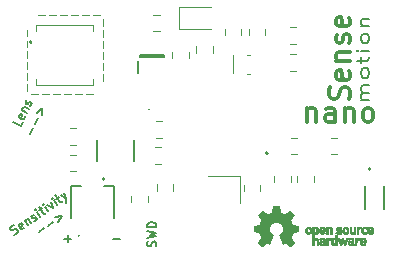
<source format=gto>
G04 #@! TF.GenerationSoftware,KiCad,Pcbnew,5.0.2-bee76a0~70~ubuntu18.04.1*
G04 #@! TF.CreationDate,2020-01-17T08:49:31+02:00*
G04 #@! TF.ProjectId,nanoSense-Motion,4b656d65-742d-4424-9c45-2e6b69636164,rev?*
G04 #@! TF.SameCoordinates,Original*
G04 #@! TF.FileFunction,Legend,Top*
G04 #@! TF.FilePolarity,Positive*
%FSLAX46Y46*%
G04 Gerber Fmt 4.6, Leading zero omitted, Abs format (unit mm)*
G04 Created by KiCad (PCBNEW 5.0.2-bee76a0~70~ubuntu18.04.1) date Fri 17 Jan 2020 08:49:31 AM EET*
%MOMM*%
%LPD*%
G01*
G04 APERTURE LIST*
%ADD10C,0.100000*%
%ADD11C,0.150000*%
%ADD12C,0.300000*%
%ADD13C,0.350000*%
%ADD14C,0.010000*%
%ADD15C,0.200000*%
%ADD16C,0.127000*%
%ADD17C,0.120000*%
G04 APERTURE END LIST*
D10*
X149035714Y-40057857D02*
X149035714Y-39486428D01*
X149035714Y-39129285D02*
X149035714Y-38557857D01*
X149035714Y-38200714D02*
X149035714Y-37629285D01*
X149035714Y-37272142D02*
X149035714Y-36700714D01*
X149035714Y-36343571D02*
X149035714Y-35772142D01*
X149035714Y-35415000D02*
X149035714Y-34843571D01*
X142635714Y-40957857D02*
X142635714Y-40386428D01*
X142635714Y-40029285D02*
X142635714Y-39457857D01*
X142635714Y-39100714D02*
X142635714Y-38529285D01*
X142635714Y-38172142D02*
X142635714Y-37600714D01*
X142635714Y-37243571D02*
X142635714Y-36672142D01*
X142635714Y-36315000D02*
X142635714Y-35743571D01*
X142942142Y-41235714D02*
X143513571Y-41235714D01*
X143870714Y-41235714D02*
X144442142Y-41235714D01*
X144799285Y-41235714D02*
X145370714Y-41235714D01*
X145727857Y-41235714D02*
X146299285Y-41235714D01*
X146656428Y-41235714D02*
X147227857Y-41235714D01*
X147585000Y-41235714D02*
X148156428Y-41235714D01*
X143542142Y-34535714D02*
X144113571Y-34535714D01*
X144470714Y-34535714D02*
X145042142Y-34535714D01*
X145399285Y-34535714D02*
X145970714Y-34535714D01*
X146327857Y-34535714D02*
X146899285Y-34535714D01*
X147256428Y-34535714D02*
X147827857Y-34535714D01*
X148185000Y-34535714D02*
X148756428Y-34535714D01*
D11*
X142243284Y-43594949D02*
X142092349Y-43918631D01*
X141412618Y-43601667D01*
X142437318Y-43094334D02*
X142439500Y-43174164D01*
X142379126Y-43303636D01*
X142316570Y-43353279D01*
X142236741Y-43355460D01*
X141977796Y-43234712D01*
X141928153Y-43172157D01*
X141925972Y-43092327D01*
X141986346Y-42962855D01*
X142048901Y-42913212D01*
X142128731Y-42911031D01*
X142193467Y-42941218D01*
X142107268Y-43295086D01*
X142167468Y-42574437D02*
X142620622Y-42785746D01*
X142232204Y-42604624D02*
X142214929Y-42557162D01*
X142212748Y-42477333D01*
X142258029Y-42380228D01*
X142320584Y-42330585D01*
X142400414Y-42328404D01*
X142756463Y-42494433D01*
X142859937Y-42188026D02*
X142922492Y-42138383D01*
X142982866Y-42008911D01*
X142980685Y-41929081D01*
X142931042Y-41866526D01*
X142898674Y-41851432D01*
X142818844Y-41853613D01*
X142756289Y-41903256D01*
X142711008Y-42000361D01*
X142648453Y-42050003D01*
X142568624Y-42052185D01*
X142536255Y-42037091D01*
X142486613Y-41974536D01*
X142484432Y-41894706D01*
X142529712Y-41797602D01*
X142592267Y-41747959D01*
X142883291Y-44563298D02*
X143124787Y-44045407D01*
X143275722Y-43721726D02*
X143517219Y-43203836D01*
X143473945Y-42789594D02*
X143909650Y-42362264D01*
X143862363Y-42970716D01*
X171542380Y-41743214D02*
X170875714Y-41743214D01*
X170970952Y-41743214D02*
X170923333Y-41671785D01*
X170875714Y-41528928D01*
X170875714Y-41314642D01*
X170923333Y-41171785D01*
X171018571Y-41100357D01*
X171542380Y-41100357D01*
X171018571Y-41100357D02*
X170923333Y-41028928D01*
X170875714Y-40886071D01*
X170875714Y-40671785D01*
X170923333Y-40528928D01*
X171018571Y-40457500D01*
X171542380Y-40457500D01*
X171542380Y-39528928D02*
X171494761Y-39671785D01*
X171447142Y-39743214D01*
X171351904Y-39814642D01*
X171066190Y-39814642D01*
X170970952Y-39743214D01*
X170923333Y-39671785D01*
X170875714Y-39528928D01*
X170875714Y-39314642D01*
X170923333Y-39171785D01*
X170970952Y-39100357D01*
X171066190Y-39028928D01*
X171351904Y-39028928D01*
X171447142Y-39100357D01*
X171494761Y-39171785D01*
X171542380Y-39314642D01*
X171542380Y-39528928D01*
X170875714Y-38600357D02*
X170875714Y-38028928D01*
X170542380Y-38386071D02*
X171399523Y-38386071D01*
X171494761Y-38314642D01*
X171542380Y-38171785D01*
X171542380Y-38028928D01*
X171542380Y-37528928D02*
X170875714Y-37528928D01*
X170542380Y-37528928D02*
X170590000Y-37600357D01*
X170637619Y-37528928D01*
X170590000Y-37457500D01*
X170542380Y-37528928D01*
X170637619Y-37528928D01*
X171542380Y-36600357D02*
X171494761Y-36743214D01*
X171447142Y-36814642D01*
X171351904Y-36886071D01*
X171066190Y-36886071D01*
X170970952Y-36814642D01*
X170923333Y-36743214D01*
X170875714Y-36600357D01*
X170875714Y-36386071D01*
X170923333Y-36243214D01*
X170970952Y-36171785D01*
X171066190Y-36100357D01*
X171351904Y-36100357D01*
X171447142Y-36171785D01*
X171494761Y-36243214D01*
X171542380Y-36386071D01*
X171542380Y-36600357D01*
X170875714Y-35457500D02*
X171542380Y-35457500D01*
X170970952Y-35457500D02*
X170923333Y-35386071D01*
X170875714Y-35243214D01*
X170875714Y-35028928D01*
X170923333Y-34886071D01*
X171018571Y-34814642D01*
X171542380Y-34814642D01*
D12*
X166348333Y-42415000D02*
X166348333Y-43581666D01*
X166348333Y-42581666D02*
X166431666Y-42498333D01*
X166598333Y-42415000D01*
X166848333Y-42415000D01*
X167015000Y-42498333D01*
X167098333Y-42665000D01*
X167098333Y-43581666D01*
X168681666Y-43581666D02*
X168681666Y-42665000D01*
X168598333Y-42498333D01*
X168431666Y-42415000D01*
X168098333Y-42415000D01*
X167931666Y-42498333D01*
X168681666Y-43498333D02*
X168515000Y-43581666D01*
X168098333Y-43581666D01*
X167931666Y-43498333D01*
X167848333Y-43331666D01*
X167848333Y-43165000D01*
X167931666Y-42998333D01*
X168098333Y-42915000D01*
X168515000Y-42915000D01*
X168681666Y-42831666D01*
X169515000Y-42415000D02*
X169515000Y-43581666D01*
X169515000Y-42581666D02*
X169598333Y-42498333D01*
X169765000Y-42415000D01*
X170015000Y-42415000D01*
X170181666Y-42498333D01*
X170265000Y-42665000D01*
X170265000Y-43581666D01*
X171348333Y-43581666D02*
X171181666Y-43498333D01*
X171098333Y-43415000D01*
X171015000Y-43248333D01*
X171015000Y-42748333D01*
X171098333Y-42581666D01*
X171181666Y-42498333D01*
X171348333Y-42415000D01*
X171598333Y-42415000D01*
X171765000Y-42498333D01*
X171848333Y-42581666D01*
X171931666Y-42748333D01*
X171931666Y-43248333D01*
X171848333Y-43415000D01*
X171765000Y-43498333D01*
X171598333Y-43581666D01*
X171348333Y-43581666D01*
D13*
X169838333Y-41649166D02*
X169921666Y-41399166D01*
X169921666Y-40982500D01*
X169838333Y-40815833D01*
X169755000Y-40732500D01*
X169588333Y-40649166D01*
X169421666Y-40649166D01*
X169255000Y-40732500D01*
X169171666Y-40815833D01*
X169088333Y-40982500D01*
X169005000Y-41315833D01*
X168921666Y-41482500D01*
X168838333Y-41565833D01*
X168671666Y-41649166D01*
X168505000Y-41649166D01*
X168338333Y-41565833D01*
X168255000Y-41482500D01*
X168171666Y-41315833D01*
X168171666Y-40899166D01*
X168255000Y-40649166D01*
X169838333Y-39232500D02*
X169921666Y-39399166D01*
X169921666Y-39732500D01*
X169838333Y-39899166D01*
X169671666Y-39982500D01*
X169005000Y-39982500D01*
X168838333Y-39899166D01*
X168755000Y-39732500D01*
X168755000Y-39399166D01*
X168838333Y-39232500D01*
X169005000Y-39149166D01*
X169171666Y-39149166D01*
X169338333Y-39982500D01*
X168755000Y-38399166D02*
X169921666Y-38399166D01*
X168921666Y-38399166D02*
X168838333Y-38315833D01*
X168755000Y-38149166D01*
X168755000Y-37899166D01*
X168838333Y-37732500D01*
X169005000Y-37649166D01*
X169921666Y-37649166D01*
X169838333Y-36899166D02*
X169921666Y-36732500D01*
X169921666Y-36399166D01*
X169838333Y-36232500D01*
X169671666Y-36149166D01*
X169588333Y-36149166D01*
X169421666Y-36232500D01*
X169338333Y-36399166D01*
X169338333Y-36649166D01*
X169255000Y-36815833D01*
X169088333Y-36899166D01*
X169005000Y-36899166D01*
X168838333Y-36815833D01*
X168755000Y-36649166D01*
X168755000Y-36399166D01*
X168838333Y-36232500D01*
X169838333Y-34732500D02*
X169921666Y-34899166D01*
X169921666Y-35232500D01*
X169838333Y-35399166D01*
X169671666Y-35482500D01*
X169005000Y-35482500D01*
X168838333Y-35399166D01*
X168755000Y-35232500D01*
X168755000Y-34899166D01*
X168838333Y-34732500D01*
X169005000Y-34649166D01*
X169171666Y-34649166D01*
X169338333Y-35482500D01*
D11*
X149902500Y-53453571D02*
X150473928Y-53453571D01*
X145772500Y-53453571D02*
X146343928Y-53453571D01*
X146058214Y-53739285D02*
X146058214Y-53167857D01*
X153493571Y-54096071D02*
X153529285Y-53988928D01*
X153529285Y-53810357D01*
X153493571Y-53738928D01*
X153457857Y-53703214D01*
X153386428Y-53667500D01*
X153315000Y-53667500D01*
X153243571Y-53703214D01*
X153207857Y-53738928D01*
X153172142Y-53810357D01*
X153136428Y-53953214D01*
X153100714Y-54024642D01*
X153065000Y-54060357D01*
X152993571Y-54096071D01*
X152922142Y-54096071D01*
X152850714Y-54060357D01*
X152815000Y-54024642D01*
X152779285Y-53953214D01*
X152779285Y-53774642D01*
X152815000Y-53667500D01*
X152779285Y-53417500D02*
X153529285Y-53238928D01*
X152993571Y-53096071D01*
X153529285Y-52953214D01*
X152779285Y-52774642D01*
X153529285Y-52488928D02*
X152779285Y-52488928D01*
X152779285Y-52310357D01*
X152815000Y-52203214D01*
X152886428Y-52131785D01*
X152957857Y-52096071D01*
X153100714Y-52060357D01*
X153207857Y-52060357D01*
X153350714Y-52096071D01*
X153422142Y-52131785D01*
X153493571Y-52203214D01*
X153529285Y-52310357D01*
X153529285Y-52488928D01*
X141524751Y-53098026D02*
X141633003Y-53065826D01*
X141779280Y-52963402D01*
X141817306Y-52893177D01*
X141826076Y-52843436D01*
X141814362Y-52764441D01*
X141773392Y-52705930D01*
X141703167Y-52667904D01*
X141653427Y-52659133D01*
X141574431Y-52670848D01*
X141436924Y-52723532D01*
X141357929Y-52735246D01*
X141308188Y-52726475D01*
X141237963Y-52688449D01*
X141196994Y-52629939D01*
X141185279Y-52550943D01*
X141194050Y-52501203D01*
X141232076Y-52430977D01*
X141378353Y-52328553D01*
X141486604Y-52296354D01*
X142373159Y-52503964D02*
X142335133Y-52574189D01*
X142218111Y-52656129D01*
X142139116Y-52667843D01*
X142068890Y-52629817D01*
X141905011Y-52395774D01*
X141893297Y-52316778D01*
X141931323Y-52246553D01*
X142048345Y-52164613D01*
X142127340Y-52152899D01*
X142197566Y-52190925D01*
X142238535Y-52249436D01*
X141986951Y-52512795D01*
X142399410Y-51918795D02*
X142686198Y-52328371D01*
X142440380Y-51977306D02*
X142449150Y-51927565D01*
X142487176Y-51857340D01*
X142574943Y-51795886D01*
X142653938Y-51784171D01*
X142724163Y-51822197D01*
X142949497Y-52144007D01*
X143192311Y-51930388D02*
X143271307Y-51918673D01*
X143388328Y-51836734D01*
X143426354Y-51766509D01*
X143414640Y-51687513D01*
X143394155Y-51658258D01*
X143323930Y-51620232D01*
X143244934Y-51631946D01*
X143157168Y-51693401D01*
X143078172Y-51705115D01*
X143007947Y-51667089D01*
X142987462Y-51637833D01*
X142975748Y-51558838D01*
X143013774Y-51488613D01*
X143101540Y-51427158D01*
X143180536Y-51415444D01*
X143739394Y-51590915D02*
X143452605Y-51181339D01*
X143309211Y-50976551D02*
X143300441Y-51026292D01*
X143350181Y-51035062D01*
X143358952Y-50985322D01*
X143309211Y-50976551D01*
X143350181Y-51035062D01*
X143657393Y-51037945D02*
X143891437Y-50874066D01*
X143601766Y-50771703D02*
X143970493Y-51298300D01*
X144040718Y-51336326D01*
X144119714Y-51324612D01*
X144178225Y-51283642D01*
X144383013Y-51140248D02*
X144096225Y-50730672D01*
X143952831Y-50525884D02*
X143944060Y-50575625D01*
X143993801Y-50584395D01*
X144002571Y-50534655D01*
X143952831Y-50525884D01*
X143993801Y-50584395D01*
X144330268Y-50566793D02*
X144763334Y-50873945D01*
X144622823Y-50361945D01*
X145143654Y-50607642D02*
X144856866Y-50198066D01*
X144713472Y-49993278D02*
X144704701Y-50043018D01*
X144754442Y-50051788D01*
X144763212Y-50002048D01*
X144713472Y-49993278D01*
X144754442Y-50051788D01*
X145061654Y-50054671D02*
X145295698Y-49890792D01*
X145006026Y-49788429D02*
X145374754Y-50315027D01*
X145444979Y-50353053D01*
X145523975Y-50341338D01*
X145582486Y-50300368D01*
X145441975Y-49788368D02*
X145875040Y-50095520D01*
X145734529Y-49583519D02*
X145875040Y-50095520D01*
X145918954Y-50282767D01*
X145910183Y-50332507D01*
X145872157Y-50402732D01*
X143604694Y-52892928D02*
X144072781Y-52565170D01*
X144365336Y-52360321D02*
X144833422Y-52032563D01*
X145003067Y-51652182D02*
X145594064Y-51499957D01*
X145248886Y-52003247D01*
D14*
G04 #@! TO.C,REF\002A\002A*
G36*
X170839460Y-52438030D02*
X170882711Y-52451245D01*
X170910558Y-52467941D01*
X170919629Y-52481145D01*
X170917132Y-52496797D01*
X170900931Y-52521385D01*
X170887232Y-52538800D01*
X170858992Y-52570283D01*
X170837775Y-52583529D01*
X170819688Y-52582664D01*
X170766035Y-52569010D01*
X170726630Y-52569630D01*
X170694632Y-52585104D01*
X170683890Y-52594161D01*
X170649505Y-52626027D01*
X170649505Y-53042179D01*
X170511188Y-53042179D01*
X170511188Y-52438614D01*
X170580347Y-52438614D01*
X170621869Y-52440256D01*
X170643291Y-52446087D01*
X170649502Y-52457461D01*
X170649505Y-52457798D01*
X170652439Y-52469713D01*
X170665704Y-52468159D01*
X170684084Y-52459563D01*
X170722046Y-52443568D01*
X170752872Y-52433945D01*
X170792536Y-52431478D01*
X170839460Y-52438030D01*
X170839460Y-52438030D01*
G37*
X170839460Y-52438030D02*
X170882711Y-52451245D01*
X170910558Y-52467941D01*
X170919629Y-52481145D01*
X170917132Y-52496797D01*
X170900931Y-52521385D01*
X170887232Y-52538800D01*
X170858992Y-52570283D01*
X170837775Y-52583529D01*
X170819688Y-52582664D01*
X170766035Y-52569010D01*
X170726630Y-52569630D01*
X170694632Y-52585104D01*
X170683890Y-52594161D01*
X170649505Y-52626027D01*
X170649505Y-53042179D01*
X170511188Y-53042179D01*
X170511188Y-52438614D01*
X170580347Y-52438614D01*
X170621869Y-52440256D01*
X170643291Y-52446087D01*
X170649502Y-52457461D01*
X170649505Y-52457798D01*
X170652439Y-52469713D01*
X170665704Y-52468159D01*
X170684084Y-52459563D01*
X170722046Y-52443568D01*
X170752872Y-52433945D01*
X170792536Y-52431478D01*
X170839460Y-52438030D01*
G36*
X168285988Y-52449002D02*
X168317283Y-52463950D01*
X168347591Y-52485541D01*
X168370682Y-52510391D01*
X168387500Y-52542087D01*
X168398994Y-52584214D01*
X168406109Y-52640358D01*
X168409793Y-52714106D01*
X168410992Y-52809044D01*
X168411011Y-52818985D01*
X168411287Y-53042179D01*
X168272970Y-53042179D01*
X168272970Y-52836418D01*
X168272872Y-52760189D01*
X168272191Y-52704939D01*
X168270349Y-52666501D01*
X168266767Y-52640706D01*
X168260868Y-52623384D01*
X168252073Y-52610368D01*
X168239820Y-52597507D01*
X168196953Y-52569873D01*
X168150157Y-52564745D01*
X168105576Y-52582217D01*
X168090072Y-52595221D01*
X168078690Y-52607447D01*
X168070519Y-52620540D01*
X168065026Y-52638615D01*
X168061680Y-52665787D01*
X168059949Y-52706170D01*
X168059303Y-52763879D01*
X168059208Y-52834132D01*
X168059208Y-53042179D01*
X167920891Y-53042179D01*
X167920891Y-52438614D01*
X167990050Y-52438614D01*
X168031572Y-52440256D01*
X168052994Y-52446087D01*
X168059205Y-52457461D01*
X168059208Y-52457798D01*
X168062090Y-52468938D01*
X168074801Y-52467674D01*
X168100074Y-52455434D01*
X168157395Y-52437424D01*
X168222963Y-52435421D01*
X168285988Y-52449002D01*
X168285988Y-52449002D01*
G37*
X168285988Y-52449002D02*
X168317283Y-52463950D01*
X168347591Y-52485541D01*
X168370682Y-52510391D01*
X168387500Y-52542087D01*
X168398994Y-52584214D01*
X168406109Y-52640358D01*
X168409793Y-52714106D01*
X168410992Y-52809044D01*
X168411011Y-52818985D01*
X168411287Y-53042179D01*
X168272970Y-53042179D01*
X168272970Y-52836418D01*
X168272872Y-52760189D01*
X168272191Y-52704939D01*
X168270349Y-52666501D01*
X168266767Y-52640706D01*
X168260868Y-52623384D01*
X168252073Y-52610368D01*
X168239820Y-52597507D01*
X168196953Y-52569873D01*
X168150157Y-52564745D01*
X168105576Y-52582217D01*
X168090072Y-52595221D01*
X168078690Y-52607447D01*
X168070519Y-52620540D01*
X168065026Y-52638615D01*
X168061680Y-52665787D01*
X168059949Y-52706170D01*
X168059303Y-52763879D01*
X168059208Y-52834132D01*
X168059208Y-53042179D01*
X167920891Y-53042179D01*
X167920891Y-52438614D01*
X167990050Y-52438614D01*
X168031572Y-52440256D01*
X168052994Y-52446087D01*
X168059205Y-52457461D01*
X168059208Y-52457798D01*
X168062090Y-52468938D01*
X168074801Y-52467674D01*
X168100074Y-52455434D01*
X168157395Y-52437424D01*
X168222963Y-52435421D01*
X168285988Y-52449002D01*
G36*
X171717898Y-52436457D02*
X171750096Y-52444279D01*
X171811825Y-52472921D01*
X171864610Y-52516667D01*
X171901141Y-52569117D01*
X171906160Y-52580893D01*
X171913045Y-52611740D01*
X171917864Y-52657371D01*
X171919505Y-52703492D01*
X171919505Y-52790693D01*
X171737178Y-52790693D01*
X171661979Y-52790978D01*
X171609003Y-52792704D01*
X171575325Y-52797181D01*
X171558020Y-52805720D01*
X171554163Y-52819630D01*
X171560829Y-52840222D01*
X171572770Y-52864315D01*
X171606080Y-52904525D01*
X171652368Y-52924558D01*
X171708944Y-52923905D01*
X171773031Y-52902101D01*
X171828417Y-52875193D01*
X171874375Y-52911532D01*
X171920333Y-52947872D01*
X171877096Y-52987819D01*
X171819374Y-53025563D01*
X171748386Y-53048320D01*
X171672029Y-53054688D01*
X171598199Y-53043268D01*
X171586287Y-53039393D01*
X171521399Y-53005506D01*
X171473130Y-52954986D01*
X171440465Y-52886325D01*
X171422385Y-52798014D01*
X171422175Y-52796121D01*
X171420556Y-52699878D01*
X171427100Y-52665542D01*
X171554852Y-52665542D01*
X171566584Y-52670822D01*
X171598438Y-52674867D01*
X171645397Y-52677176D01*
X171675154Y-52677525D01*
X171730648Y-52677306D01*
X171765346Y-52675916D01*
X171783601Y-52672251D01*
X171789766Y-52665210D01*
X171788195Y-52653690D01*
X171786878Y-52649233D01*
X171764382Y-52607355D01*
X171729003Y-52573604D01*
X171697780Y-52558773D01*
X171656301Y-52559668D01*
X171614269Y-52578164D01*
X171579012Y-52608786D01*
X171557854Y-52646062D01*
X171554852Y-52665542D01*
X171427100Y-52665542D01*
X171436690Y-52615229D01*
X171468698Y-52544191D01*
X171514701Y-52488779D01*
X171572821Y-52451009D01*
X171641180Y-52432896D01*
X171717898Y-52436457D01*
X171717898Y-52436457D01*
G37*
X171717898Y-52436457D02*
X171750096Y-52444279D01*
X171811825Y-52472921D01*
X171864610Y-52516667D01*
X171901141Y-52569117D01*
X171906160Y-52580893D01*
X171913045Y-52611740D01*
X171917864Y-52657371D01*
X171919505Y-52703492D01*
X171919505Y-52790693D01*
X171737178Y-52790693D01*
X171661979Y-52790978D01*
X171609003Y-52792704D01*
X171575325Y-52797181D01*
X171558020Y-52805720D01*
X171554163Y-52819630D01*
X171560829Y-52840222D01*
X171572770Y-52864315D01*
X171606080Y-52904525D01*
X171652368Y-52924558D01*
X171708944Y-52923905D01*
X171773031Y-52902101D01*
X171828417Y-52875193D01*
X171874375Y-52911532D01*
X171920333Y-52947872D01*
X171877096Y-52987819D01*
X171819374Y-53025563D01*
X171748386Y-53048320D01*
X171672029Y-53054688D01*
X171598199Y-53043268D01*
X171586287Y-53039393D01*
X171521399Y-53005506D01*
X171473130Y-52954986D01*
X171440465Y-52886325D01*
X171422385Y-52798014D01*
X171422175Y-52796121D01*
X171420556Y-52699878D01*
X171427100Y-52665542D01*
X171554852Y-52665542D01*
X171566584Y-52670822D01*
X171598438Y-52674867D01*
X171645397Y-52677176D01*
X171675154Y-52677525D01*
X171730648Y-52677306D01*
X171765346Y-52675916D01*
X171783601Y-52672251D01*
X171789766Y-52665210D01*
X171788195Y-52653690D01*
X171786878Y-52649233D01*
X171764382Y-52607355D01*
X171729003Y-52573604D01*
X171697780Y-52558773D01*
X171656301Y-52559668D01*
X171614269Y-52578164D01*
X171579012Y-52608786D01*
X171557854Y-52646062D01*
X171554852Y-52665542D01*
X171427100Y-52665542D01*
X171436690Y-52615229D01*
X171468698Y-52544191D01*
X171514701Y-52488779D01*
X171572821Y-52451009D01*
X171641180Y-52432896D01*
X171717898Y-52436457D01*
G36*
X171257226Y-52443880D02*
X171330080Y-52474830D01*
X171353027Y-52489895D01*
X171382354Y-52513048D01*
X171400764Y-52531253D01*
X171403961Y-52537183D01*
X171394935Y-52550340D01*
X171371837Y-52572667D01*
X171353344Y-52588250D01*
X171302728Y-52628926D01*
X171262760Y-52595295D01*
X171231874Y-52573584D01*
X171201759Y-52566090D01*
X171167292Y-52567920D01*
X171112561Y-52581528D01*
X171074886Y-52609772D01*
X171051991Y-52655433D01*
X171041597Y-52721289D01*
X171041595Y-52721331D01*
X171042494Y-52794939D01*
X171056463Y-52848946D01*
X171084328Y-52885716D01*
X171103325Y-52898168D01*
X171153776Y-52913673D01*
X171207663Y-52913683D01*
X171254546Y-52898638D01*
X171265644Y-52891287D01*
X171293476Y-52872511D01*
X171315236Y-52869434D01*
X171338704Y-52883409D01*
X171364649Y-52908510D01*
X171405716Y-52950880D01*
X171360121Y-52988464D01*
X171289674Y-53030882D01*
X171210233Y-53051785D01*
X171127215Y-53050272D01*
X171072694Y-53036411D01*
X171008970Y-53002135D01*
X170958005Y-52948212D01*
X170934851Y-52910149D01*
X170916099Y-52855536D01*
X170906715Y-52786369D01*
X170906643Y-52711407D01*
X170915824Y-52639409D01*
X170934199Y-52579137D01*
X170937093Y-52572958D01*
X170979952Y-52512351D01*
X171037979Y-52468224D01*
X171106591Y-52441493D01*
X171181201Y-52433073D01*
X171257226Y-52443880D01*
X171257226Y-52443880D01*
G37*
X171257226Y-52443880D02*
X171330080Y-52474830D01*
X171353027Y-52489895D01*
X171382354Y-52513048D01*
X171400764Y-52531253D01*
X171403961Y-52537183D01*
X171394935Y-52550340D01*
X171371837Y-52572667D01*
X171353344Y-52588250D01*
X171302728Y-52628926D01*
X171262760Y-52595295D01*
X171231874Y-52573584D01*
X171201759Y-52566090D01*
X171167292Y-52567920D01*
X171112561Y-52581528D01*
X171074886Y-52609772D01*
X171051991Y-52655433D01*
X171041597Y-52721289D01*
X171041595Y-52721331D01*
X171042494Y-52794939D01*
X171056463Y-52848946D01*
X171084328Y-52885716D01*
X171103325Y-52898168D01*
X171153776Y-52913673D01*
X171207663Y-52913683D01*
X171254546Y-52898638D01*
X171265644Y-52891287D01*
X171293476Y-52872511D01*
X171315236Y-52869434D01*
X171338704Y-52883409D01*
X171364649Y-52908510D01*
X171405716Y-52950880D01*
X171360121Y-52988464D01*
X171289674Y-53030882D01*
X171210233Y-53051785D01*
X171127215Y-53050272D01*
X171072694Y-53036411D01*
X171008970Y-53002135D01*
X170958005Y-52948212D01*
X170934851Y-52910149D01*
X170916099Y-52855536D01*
X170906715Y-52786369D01*
X170906643Y-52711407D01*
X170915824Y-52639409D01*
X170934199Y-52579137D01*
X170937093Y-52572958D01*
X170979952Y-52512351D01*
X171037979Y-52468224D01*
X171106591Y-52441493D01*
X171181201Y-52433073D01*
X171257226Y-52443880D01*
G36*
X170033367Y-52634342D02*
X170034555Y-52726563D01*
X170038897Y-52796610D01*
X170047558Y-52847381D01*
X170061704Y-52881772D01*
X170082500Y-52902679D01*
X170111110Y-52913000D01*
X170146535Y-52915636D01*
X170183636Y-52912682D01*
X170211818Y-52901889D01*
X170232243Y-52880360D01*
X170246079Y-52845199D01*
X170254491Y-52793510D01*
X170258643Y-52722394D01*
X170259703Y-52634342D01*
X170259703Y-52438614D01*
X170398020Y-52438614D01*
X170398020Y-53042179D01*
X170328862Y-53042179D01*
X170287170Y-53040489D01*
X170265701Y-53034556D01*
X170259703Y-53023293D01*
X170256091Y-53013261D01*
X170241714Y-53015383D01*
X170212736Y-53029580D01*
X170146319Y-53051480D01*
X170075875Y-53049928D01*
X170008377Y-53026147D01*
X169976233Y-53007362D01*
X169951715Y-52987022D01*
X169933804Y-52961573D01*
X169921479Y-52927458D01*
X169913723Y-52881121D01*
X169909516Y-52819007D01*
X169907840Y-52737561D01*
X169907624Y-52674578D01*
X169907624Y-52438614D01*
X170033367Y-52438614D01*
X170033367Y-52634342D01*
X170033367Y-52634342D01*
G37*
X170033367Y-52634342D02*
X170034555Y-52726563D01*
X170038897Y-52796610D01*
X170047558Y-52847381D01*
X170061704Y-52881772D01*
X170082500Y-52902679D01*
X170111110Y-52913000D01*
X170146535Y-52915636D01*
X170183636Y-52912682D01*
X170211818Y-52901889D01*
X170232243Y-52880360D01*
X170246079Y-52845199D01*
X170254491Y-52793510D01*
X170258643Y-52722394D01*
X170259703Y-52634342D01*
X170259703Y-52438614D01*
X170398020Y-52438614D01*
X170398020Y-53042179D01*
X170328862Y-53042179D01*
X170287170Y-53040489D01*
X170265701Y-53034556D01*
X170259703Y-53023293D01*
X170256091Y-53013261D01*
X170241714Y-53015383D01*
X170212736Y-53029580D01*
X170146319Y-53051480D01*
X170075875Y-53049928D01*
X170008377Y-53026147D01*
X169976233Y-53007362D01*
X169951715Y-52987022D01*
X169933804Y-52961573D01*
X169921479Y-52927458D01*
X169913723Y-52881121D01*
X169909516Y-52819007D01*
X169907840Y-52737561D01*
X169907624Y-52674578D01*
X169907624Y-52438614D01*
X170033367Y-52438614D01*
X170033367Y-52634342D01*
G36*
X169650762Y-52446055D02*
X169714363Y-52480692D01*
X169764123Y-52535372D01*
X169787568Y-52579842D01*
X169797634Y-52619121D01*
X169804156Y-52675116D01*
X169806951Y-52739621D01*
X169805836Y-52804429D01*
X169800626Y-52861334D01*
X169794541Y-52891727D01*
X169774014Y-52933306D01*
X169738463Y-52977468D01*
X169695619Y-53016087D01*
X169653211Y-53041034D01*
X169652177Y-53041430D01*
X169599553Y-53052331D01*
X169537188Y-53052601D01*
X169477924Y-53042676D01*
X169455040Y-53034722D01*
X169396102Y-53001300D01*
X169353890Y-52957511D01*
X169326156Y-52899538D01*
X169310651Y-52823565D01*
X169307143Y-52783771D01*
X169307590Y-52733766D01*
X169442376Y-52733766D01*
X169446917Y-52806732D01*
X169459986Y-52862334D01*
X169480756Y-52897861D01*
X169495552Y-52908020D01*
X169533464Y-52915104D01*
X169578527Y-52913007D01*
X169617487Y-52902812D01*
X169627704Y-52897204D01*
X169654659Y-52864538D01*
X169672451Y-52814545D01*
X169680024Y-52753705D01*
X169676325Y-52688497D01*
X169668057Y-52649253D01*
X169644320Y-52603805D01*
X169606849Y-52575396D01*
X169561720Y-52565573D01*
X169515011Y-52575887D01*
X169479132Y-52601112D01*
X169460277Y-52621925D01*
X169449272Y-52642439D01*
X169444026Y-52670203D01*
X169442449Y-52712762D01*
X169442376Y-52733766D01*
X169307590Y-52733766D01*
X169308094Y-52677580D01*
X169325388Y-52590501D01*
X169359029Y-52522530D01*
X169409018Y-52473664D01*
X169475356Y-52443899D01*
X169489601Y-52440448D01*
X169575210Y-52432345D01*
X169650762Y-52446055D01*
X169650762Y-52446055D01*
G37*
X169650762Y-52446055D02*
X169714363Y-52480692D01*
X169764123Y-52535372D01*
X169787568Y-52579842D01*
X169797634Y-52619121D01*
X169804156Y-52675116D01*
X169806951Y-52739621D01*
X169805836Y-52804429D01*
X169800626Y-52861334D01*
X169794541Y-52891727D01*
X169774014Y-52933306D01*
X169738463Y-52977468D01*
X169695619Y-53016087D01*
X169653211Y-53041034D01*
X169652177Y-53041430D01*
X169599553Y-53052331D01*
X169537188Y-53052601D01*
X169477924Y-53042676D01*
X169455040Y-53034722D01*
X169396102Y-53001300D01*
X169353890Y-52957511D01*
X169326156Y-52899538D01*
X169310651Y-52823565D01*
X169307143Y-52783771D01*
X169307590Y-52733766D01*
X169442376Y-52733766D01*
X169446917Y-52806732D01*
X169459986Y-52862334D01*
X169480756Y-52897861D01*
X169495552Y-52908020D01*
X169533464Y-52915104D01*
X169578527Y-52913007D01*
X169617487Y-52902812D01*
X169627704Y-52897204D01*
X169654659Y-52864538D01*
X169672451Y-52814545D01*
X169680024Y-52753705D01*
X169676325Y-52688497D01*
X169668057Y-52649253D01*
X169644320Y-52603805D01*
X169606849Y-52575396D01*
X169561720Y-52565573D01*
X169515011Y-52575887D01*
X169479132Y-52601112D01*
X169460277Y-52621925D01*
X169449272Y-52642439D01*
X169444026Y-52670203D01*
X169442449Y-52712762D01*
X169442376Y-52733766D01*
X169307590Y-52733766D01*
X169308094Y-52677580D01*
X169325388Y-52590501D01*
X169359029Y-52522530D01*
X169409018Y-52473664D01*
X169475356Y-52443899D01*
X169489601Y-52440448D01*
X169575210Y-52432345D01*
X169650762Y-52446055D01*
G36*
X169054017Y-52436452D02*
X169101634Y-52445482D01*
X169151034Y-52464370D01*
X169156312Y-52466777D01*
X169193774Y-52486476D01*
X169219717Y-52504781D01*
X169228103Y-52516508D01*
X169220117Y-52535632D01*
X169200720Y-52563850D01*
X169192110Y-52574384D01*
X169156628Y-52615847D01*
X169110885Y-52588858D01*
X169067350Y-52570878D01*
X169017050Y-52561267D01*
X168968812Y-52560660D01*
X168931467Y-52569691D01*
X168922505Y-52575327D01*
X168905437Y-52601171D01*
X168903363Y-52630941D01*
X168916134Y-52654197D01*
X168923688Y-52658708D01*
X168946325Y-52664309D01*
X168986115Y-52670892D01*
X169035166Y-52677183D01*
X169044215Y-52678170D01*
X169122996Y-52691798D01*
X169180136Y-52714946D01*
X169218030Y-52749752D01*
X169239079Y-52798354D01*
X169245635Y-52857718D01*
X169236577Y-52925198D01*
X169207164Y-52978188D01*
X169157278Y-53016783D01*
X169086800Y-53041081D01*
X169008565Y-53050667D01*
X168944766Y-53050552D01*
X168893016Y-53041845D01*
X168857673Y-53029825D01*
X168813017Y-53008880D01*
X168771747Y-52984574D01*
X168757079Y-52973876D01*
X168719357Y-52943084D01*
X168764852Y-52897049D01*
X168810347Y-52851013D01*
X168862072Y-52885243D01*
X168913952Y-52910952D01*
X168969351Y-52924399D01*
X169022605Y-52925818D01*
X169068049Y-52915443D01*
X169100016Y-52893507D01*
X169110338Y-52874998D01*
X169108789Y-52845314D01*
X169083140Y-52822615D01*
X169033460Y-52806940D01*
X168979031Y-52799695D01*
X168895264Y-52785873D01*
X168833033Y-52759796D01*
X168791507Y-52720699D01*
X168769853Y-52667820D01*
X168766853Y-52605126D01*
X168781671Y-52539642D01*
X168815454Y-52490144D01*
X168868505Y-52456408D01*
X168941126Y-52438207D01*
X168994928Y-52434639D01*
X169054017Y-52436452D01*
X169054017Y-52436452D01*
G37*
X169054017Y-52436452D02*
X169101634Y-52445482D01*
X169151034Y-52464370D01*
X169156312Y-52466777D01*
X169193774Y-52486476D01*
X169219717Y-52504781D01*
X169228103Y-52516508D01*
X169220117Y-52535632D01*
X169200720Y-52563850D01*
X169192110Y-52574384D01*
X169156628Y-52615847D01*
X169110885Y-52588858D01*
X169067350Y-52570878D01*
X169017050Y-52561267D01*
X168968812Y-52560660D01*
X168931467Y-52569691D01*
X168922505Y-52575327D01*
X168905437Y-52601171D01*
X168903363Y-52630941D01*
X168916134Y-52654197D01*
X168923688Y-52658708D01*
X168946325Y-52664309D01*
X168986115Y-52670892D01*
X169035166Y-52677183D01*
X169044215Y-52678170D01*
X169122996Y-52691798D01*
X169180136Y-52714946D01*
X169218030Y-52749752D01*
X169239079Y-52798354D01*
X169245635Y-52857718D01*
X169236577Y-52925198D01*
X169207164Y-52978188D01*
X169157278Y-53016783D01*
X169086800Y-53041081D01*
X169008565Y-53050667D01*
X168944766Y-53050552D01*
X168893016Y-53041845D01*
X168857673Y-53029825D01*
X168813017Y-53008880D01*
X168771747Y-52984574D01*
X168757079Y-52973876D01*
X168719357Y-52943084D01*
X168764852Y-52897049D01*
X168810347Y-52851013D01*
X168862072Y-52885243D01*
X168913952Y-52910952D01*
X168969351Y-52924399D01*
X169022605Y-52925818D01*
X169068049Y-52915443D01*
X169100016Y-52893507D01*
X169110338Y-52874998D01*
X169108789Y-52845314D01*
X169083140Y-52822615D01*
X169033460Y-52806940D01*
X168979031Y-52799695D01*
X168895264Y-52785873D01*
X168833033Y-52759796D01*
X168791507Y-52720699D01*
X168769853Y-52667820D01*
X168766853Y-52605126D01*
X168781671Y-52539642D01*
X168815454Y-52490144D01*
X168868505Y-52456408D01*
X168941126Y-52438207D01*
X168994928Y-52434639D01*
X169054017Y-52436452D01*
G36*
X167683301Y-52452614D02*
X167695832Y-52458514D01*
X167739201Y-52490283D01*
X167780210Y-52536646D01*
X167810832Y-52587696D01*
X167819541Y-52611166D01*
X167827488Y-52653091D01*
X167832226Y-52703757D01*
X167832801Y-52724679D01*
X167832871Y-52790693D01*
X167452917Y-52790693D01*
X167461017Y-52825273D01*
X167480896Y-52866170D01*
X167515653Y-52901514D01*
X167557002Y-52924282D01*
X167583351Y-52929010D01*
X167619084Y-52923273D01*
X167661718Y-52908882D01*
X167676201Y-52902262D01*
X167729760Y-52875513D01*
X167775467Y-52910376D01*
X167801842Y-52933955D01*
X167815876Y-52953417D01*
X167816586Y-52959129D01*
X167804049Y-52972973D01*
X167776572Y-52994012D01*
X167751634Y-53010425D01*
X167684336Y-53039930D01*
X167608890Y-53053284D01*
X167534112Y-53049812D01*
X167474505Y-53031663D01*
X167413059Y-52992784D01*
X167369392Y-52941595D01*
X167342074Y-52875367D01*
X167329678Y-52791371D01*
X167328579Y-52752936D01*
X167332978Y-52664861D01*
X167333518Y-52662299D01*
X167459418Y-52662299D01*
X167462885Y-52670558D01*
X167477137Y-52675113D01*
X167506530Y-52677065D01*
X167555425Y-52677517D01*
X167574252Y-52677525D01*
X167631533Y-52676843D01*
X167667859Y-52674364D01*
X167687396Y-52669443D01*
X167694310Y-52661434D01*
X167694555Y-52658862D01*
X167686664Y-52638423D01*
X167666915Y-52609789D01*
X167658425Y-52599763D01*
X167626906Y-52571408D01*
X167594051Y-52560259D01*
X167576349Y-52559327D01*
X167528461Y-52570981D01*
X167488301Y-52602285D01*
X167462827Y-52647752D01*
X167462375Y-52649233D01*
X167459418Y-52662299D01*
X167333518Y-52662299D01*
X167347608Y-52595510D01*
X167373962Y-52540025D01*
X167406193Y-52500639D01*
X167465783Y-52457931D01*
X167535832Y-52435109D01*
X167610339Y-52433046D01*
X167683301Y-52452614D01*
X167683301Y-52452614D01*
G37*
X167683301Y-52452614D02*
X167695832Y-52458514D01*
X167739201Y-52490283D01*
X167780210Y-52536646D01*
X167810832Y-52587696D01*
X167819541Y-52611166D01*
X167827488Y-52653091D01*
X167832226Y-52703757D01*
X167832801Y-52724679D01*
X167832871Y-52790693D01*
X167452917Y-52790693D01*
X167461017Y-52825273D01*
X167480896Y-52866170D01*
X167515653Y-52901514D01*
X167557002Y-52924282D01*
X167583351Y-52929010D01*
X167619084Y-52923273D01*
X167661718Y-52908882D01*
X167676201Y-52902262D01*
X167729760Y-52875513D01*
X167775467Y-52910376D01*
X167801842Y-52933955D01*
X167815876Y-52953417D01*
X167816586Y-52959129D01*
X167804049Y-52972973D01*
X167776572Y-52994012D01*
X167751634Y-53010425D01*
X167684336Y-53039930D01*
X167608890Y-53053284D01*
X167534112Y-53049812D01*
X167474505Y-53031663D01*
X167413059Y-52992784D01*
X167369392Y-52941595D01*
X167342074Y-52875367D01*
X167329678Y-52791371D01*
X167328579Y-52752936D01*
X167332978Y-52664861D01*
X167333518Y-52662299D01*
X167459418Y-52662299D01*
X167462885Y-52670558D01*
X167477137Y-52675113D01*
X167506530Y-52677065D01*
X167555425Y-52677517D01*
X167574252Y-52677525D01*
X167631533Y-52676843D01*
X167667859Y-52674364D01*
X167687396Y-52669443D01*
X167694310Y-52661434D01*
X167694555Y-52658862D01*
X167686664Y-52638423D01*
X167666915Y-52609789D01*
X167658425Y-52599763D01*
X167626906Y-52571408D01*
X167594051Y-52560259D01*
X167576349Y-52559327D01*
X167528461Y-52570981D01*
X167488301Y-52602285D01*
X167462827Y-52647752D01*
X167462375Y-52649233D01*
X167459418Y-52662299D01*
X167333518Y-52662299D01*
X167347608Y-52595510D01*
X167373962Y-52540025D01*
X167406193Y-52500639D01*
X167465783Y-52457931D01*
X167535832Y-52435109D01*
X167610339Y-52433046D01*
X167683301Y-52452614D01*
G36*
X166501739Y-52445148D02*
X166567521Y-52474231D01*
X166617460Y-52522793D01*
X166651626Y-52590908D01*
X166670093Y-52678651D01*
X166671417Y-52692351D01*
X166672454Y-52788939D01*
X166659007Y-52873602D01*
X166631892Y-52942221D01*
X166617373Y-52964294D01*
X166566799Y-53011011D01*
X166502391Y-53041268D01*
X166430334Y-53053824D01*
X166356815Y-53047439D01*
X166300928Y-53027772D01*
X166252868Y-52994629D01*
X166213588Y-52951175D01*
X166212908Y-52950158D01*
X166196956Y-52923338D01*
X166186590Y-52896368D01*
X166180312Y-52862332D01*
X166176627Y-52814310D01*
X166175003Y-52774931D01*
X166174328Y-52739219D01*
X166300045Y-52739219D01*
X166301274Y-52774770D01*
X166305734Y-52822094D01*
X166313603Y-52852465D01*
X166327793Y-52874072D01*
X166341083Y-52886694D01*
X166388198Y-52913122D01*
X166437495Y-52916653D01*
X166483407Y-52897639D01*
X166506362Y-52876331D01*
X166522904Y-52854859D01*
X166532579Y-52834313D01*
X166536826Y-52807574D01*
X166537080Y-52767523D01*
X166535772Y-52730638D01*
X166532957Y-52677947D01*
X166528495Y-52643772D01*
X166520452Y-52621480D01*
X166506897Y-52604442D01*
X166496155Y-52594703D01*
X166451223Y-52569123D01*
X166402751Y-52567847D01*
X166362106Y-52582999D01*
X166327433Y-52614642D01*
X166306776Y-52666620D01*
X166300045Y-52739219D01*
X166174328Y-52739219D01*
X166173521Y-52696621D01*
X166176052Y-52638056D01*
X166183638Y-52594007D01*
X166197319Y-52559248D01*
X166218135Y-52528551D01*
X166225853Y-52519436D01*
X166274111Y-52474021D01*
X166325872Y-52447493D01*
X166389172Y-52436379D01*
X166420039Y-52435471D01*
X166501739Y-52445148D01*
X166501739Y-52445148D01*
G37*
X166501739Y-52445148D02*
X166567521Y-52474231D01*
X166617460Y-52522793D01*
X166651626Y-52590908D01*
X166670093Y-52678651D01*
X166671417Y-52692351D01*
X166672454Y-52788939D01*
X166659007Y-52873602D01*
X166631892Y-52942221D01*
X166617373Y-52964294D01*
X166566799Y-53011011D01*
X166502391Y-53041268D01*
X166430334Y-53053824D01*
X166356815Y-53047439D01*
X166300928Y-53027772D01*
X166252868Y-52994629D01*
X166213588Y-52951175D01*
X166212908Y-52950158D01*
X166196956Y-52923338D01*
X166186590Y-52896368D01*
X166180312Y-52862332D01*
X166176627Y-52814310D01*
X166175003Y-52774931D01*
X166174328Y-52739219D01*
X166300045Y-52739219D01*
X166301274Y-52774770D01*
X166305734Y-52822094D01*
X166313603Y-52852465D01*
X166327793Y-52874072D01*
X166341083Y-52886694D01*
X166388198Y-52913122D01*
X166437495Y-52916653D01*
X166483407Y-52897639D01*
X166506362Y-52876331D01*
X166522904Y-52854859D01*
X166532579Y-52834313D01*
X166536826Y-52807574D01*
X166537080Y-52767523D01*
X166535772Y-52730638D01*
X166532957Y-52677947D01*
X166528495Y-52643772D01*
X166520452Y-52621480D01*
X166506897Y-52604442D01*
X166496155Y-52594703D01*
X166451223Y-52569123D01*
X166402751Y-52567847D01*
X166362106Y-52582999D01*
X166327433Y-52614642D01*
X166306776Y-52666620D01*
X166300045Y-52739219D01*
X166174328Y-52739219D01*
X166173521Y-52696621D01*
X166176052Y-52638056D01*
X166183638Y-52594007D01*
X166197319Y-52559248D01*
X166218135Y-52528551D01*
X166225853Y-52519436D01*
X166274111Y-52474021D01*
X166325872Y-52447493D01*
X166389172Y-52436379D01*
X166420039Y-52435471D01*
X166501739Y-52445148D01*
G36*
X171072581Y-53384970D02*
X171132685Y-53400597D01*
X171183021Y-53432848D01*
X171207393Y-53456940D01*
X171247345Y-53513895D01*
X171270242Y-53579965D01*
X171278108Y-53661182D01*
X171278148Y-53667748D01*
X171278218Y-53733763D01*
X170898264Y-53733763D01*
X170906363Y-53768342D01*
X170920987Y-53799659D01*
X170946581Y-53832291D01*
X170951935Y-53837500D01*
X170997943Y-53865694D01*
X171050410Y-53870475D01*
X171110803Y-53851926D01*
X171121040Y-53846931D01*
X171152439Y-53831745D01*
X171173470Y-53823094D01*
X171177139Y-53822293D01*
X171189948Y-53830063D01*
X171214378Y-53849072D01*
X171226779Y-53859460D01*
X171252476Y-53883321D01*
X171260915Y-53899077D01*
X171255058Y-53913571D01*
X171251928Y-53917534D01*
X171230725Y-53934879D01*
X171195738Y-53955959D01*
X171171337Y-53968265D01*
X171102072Y-53989946D01*
X171025388Y-53996971D01*
X170952765Y-53988647D01*
X170932426Y-53982686D01*
X170869476Y-53948952D01*
X170822815Y-53897045D01*
X170792173Y-53826459D01*
X170777282Y-53736692D01*
X170775647Y-53689753D01*
X170780421Y-53621413D01*
X170900990Y-53621413D01*
X170912652Y-53626465D01*
X170943998Y-53630429D01*
X170989571Y-53632768D01*
X171020446Y-53633169D01*
X171075981Y-53632783D01*
X171111033Y-53630975D01*
X171130262Y-53626773D01*
X171138330Y-53619203D01*
X171139901Y-53608218D01*
X171129121Y-53574381D01*
X171101980Y-53540940D01*
X171066277Y-53515272D01*
X171030560Y-53504772D01*
X170982048Y-53514086D01*
X170940053Y-53541013D01*
X170910936Y-53579827D01*
X170900990Y-53621413D01*
X170780421Y-53621413D01*
X170782599Y-53590236D01*
X170804055Y-53510949D01*
X170840470Y-53451263D01*
X170892297Y-53410549D01*
X170959990Y-53388179D01*
X170996662Y-53383871D01*
X171072581Y-53384970D01*
X171072581Y-53384970D01*
G37*
X171072581Y-53384970D02*
X171132685Y-53400597D01*
X171183021Y-53432848D01*
X171207393Y-53456940D01*
X171247345Y-53513895D01*
X171270242Y-53579965D01*
X171278108Y-53661182D01*
X171278148Y-53667748D01*
X171278218Y-53733763D01*
X170898264Y-53733763D01*
X170906363Y-53768342D01*
X170920987Y-53799659D01*
X170946581Y-53832291D01*
X170951935Y-53837500D01*
X170997943Y-53865694D01*
X171050410Y-53870475D01*
X171110803Y-53851926D01*
X171121040Y-53846931D01*
X171152439Y-53831745D01*
X171173470Y-53823094D01*
X171177139Y-53822293D01*
X171189948Y-53830063D01*
X171214378Y-53849072D01*
X171226779Y-53859460D01*
X171252476Y-53883321D01*
X171260915Y-53899077D01*
X171255058Y-53913571D01*
X171251928Y-53917534D01*
X171230725Y-53934879D01*
X171195738Y-53955959D01*
X171171337Y-53968265D01*
X171102072Y-53989946D01*
X171025388Y-53996971D01*
X170952765Y-53988647D01*
X170932426Y-53982686D01*
X170869476Y-53948952D01*
X170822815Y-53897045D01*
X170792173Y-53826459D01*
X170777282Y-53736692D01*
X170775647Y-53689753D01*
X170780421Y-53621413D01*
X170900990Y-53621413D01*
X170912652Y-53626465D01*
X170943998Y-53630429D01*
X170989571Y-53632768D01*
X171020446Y-53633169D01*
X171075981Y-53632783D01*
X171111033Y-53630975D01*
X171130262Y-53626773D01*
X171138330Y-53619203D01*
X171139901Y-53608218D01*
X171129121Y-53574381D01*
X171101980Y-53540940D01*
X171066277Y-53515272D01*
X171030560Y-53504772D01*
X170982048Y-53514086D01*
X170940053Y-53541013D01*
X170910936Y-53579827D01*
X170900990Y-53621413D01*
X170780421Y-53621413D01*
X170782599Y-53590236D01*
X170804055Y-53510949D01*
X170840470Y-53451263D01*
X170892297Y-53410549D01*
X170959990Y-53388179D01*
X170996662Y-53383871D01*
X171072581Y-53384970D01*
G36*
X170675255Y-53381486D02*
X170723595Y-53391015D01*
X170751114Y-53405125D01*
X170780064Y-53428568D01*
X170738876Y-53480571D01*
X170713482Y-53512064D01*
X170696238Y-53527428D01*
X170679102Y-53529776D01*
X170654027Y-53522217D01*
X170642257Y-53517941D01*
X170594270Y-53511631D01*
X170550324Y-53525156D01*
X170518060Y-53555710D01*
X170512819Y-53565452D01*
X170507112Y-53591258D01*
X170502706Y-53638817D01*
X170499811Y-53704758D01*
X170498631Y-53785710D01*
X170498614Y-53797226D01*
X170498614Y-53997822D01*
X170360297Y-53997822D01*
X170360297Y-53381683D01*
X170429456Y-53381683D01*
X170469333Y-53382725D01*
X170490107Y-53387358D01*
X170497789Y-53397849D01*
X170498614Y-53407745D01*
X170498614Y-53433806D01*
X170531745Y-53407745D01*
X170569735Y-53389965D01*
X170620770Y-53381174D01*
X170675255Y-53381486D01*
X170675255Y-53381486D01*
G37*
X170675255Y-53381486D02*
X170723595Y-53391015D01*
X170751114Y-53405125D01*
X170780064Y-53428568D01*
X170738876Y-53480571D01*
X170713482Y-53512064D01*
X170696238Y-53527428D01*
X170679102Y-53529776D01*
X170654027Y-53522217D01*
X170642257Y-53517941D01*
X170594270Y-53511631D01*
X170550324Y-53525156D01*
X170518060Y-53555710D01*
X170512819Y-53565452D01*
X170507112Y-53591258D01*
X170502706Y-53638817D01*
X170499811Y-53704758D01*
X170498631Y-53785710D01*
X170498614Y-53797226D01*
X170498614Y-53997822D01*
X170360297Y-53997822D01*
X170360297Y-53381683D01*
X170429456Y-53381683D01*
X170469333Y-53382725D01*
X170490107Y-53387358D01*
X170497789Y-53397849D01*
X170498614Y-53407745D01*
X170498614Y-53433806D01*
X170531745Y-53407745D01*
X170569735Y-53389965D01*
X170620770Y-53381174D01*
X170675255Y-53381486D01*
G36*
X170078411Y-53385417D02*
X170131411Y-53398290D01*
X170146731Y-53405110D01*
X170176428Y-53422974D01*
X170199220Y-53443093D01*
X170216083Y-53468962D01*
X170227998Y-53504073D01*
X170235942Y-53551920D01*
X170240894Y-53615996D01*
X170243831Y-53699794D01*
X170244947Y-53755768D01*
X170249052Y-53997822D01*
X170178932Y-53997822D01*
X170136393Y-53996038D01*
X170114476Y-53989942D01*
X170108812Y-53979706D01*
X170105821Y-53968637D01*
X170092451Y-53970754D01*
X170074233Y-53979629D01*
X170028624Y-53993233D01*
X169970007Y-53996899D01*
X169908354Y-53990903D01*
X169853638Y-53975521D01*
X169848730Y-53973386D01*
X169798723Y-53938255D01*
X169765756Y-53889419D01*
X169750587Y-53832333D01*
X169751746Y-53811824D01*
X169875508Y-53811824D01*
X169886413Y-53839425D01*
X169918745Y-53859204D01*
X169970910Y-53869819D01*
X169998787Y-53871228D01*
X170045247Y-53867620D01*
X170076129Y-53853597D01*
X170083664Y-53846931D01*
X170104076Y-53810666D01*
X170108812Y-53777773D01*
X170108812Y-53733763D01*
X170047513Y-53733763D01*
X169976256Y-53737395D01*
X169926276Y-53748818D01*
X169894696Y-53768824D01*
X169887626Y-53777743D01*
X169875508Y-53811824D01*
X169751746Y-53811824D01*
X169753971Y-53772456D01*
X169776663Y-53715244D01*
X169807624Y-53676580D01*
X169826376Y-53659864D01*
X169844733Y-53648878D01*
X169868619Y-53642180D01*
X169903957Y-53638326D01*
X169956669Y-53635873D01*
X169977577Y-53635168D01*
X170108812Y-53630879D01*
X170108620Y-53591158D01*
X170103537Y-53549405D01*
X170085162Y-53524158D01*
X170048039Y-53508030D01*
X170047043Y-53507742D01*
X169994410Y-53501400D01*
X169942906Y-53509684D01*
X169904630Y-53529827D01*
X169889272Y-53539773D01*
X169872730Y-53538397D01*
X169847275Y-53523987D01*
X169832328Y-53513817D01*
X169803091Y-53492088D01*
X169784980Y-53475800D01*
X169782074Y-53471137D01*
X169794040Y-53447005D01*
X169829396Y-53418185D01*
X169844753Y-53408461D01*
X169888901Y-53391714D01*
X169948398Y-53382227D01*
X170014487Y-53380095D01*
X170078411Y-53385417D01*
X170078411Y-53385417D01*
G37*
X170078411Y-53385417D02*
X170131411Y-53398290D01*
X170146731Y-53405110D01*
X170176428Y-53422974D01*
X170199220Y-53443093D01*
X170216083Y-53468962D01*
X170227998Y-53504073D01*
X170235942Y-53551920D01*
X170240894Y-53615996D01*
X170243831Y-53699794D01*
X170244947Y-53755768D01*
X170249052Y-53997822D01*
X170178932Y-53997822D01*
X170136393Y-53996038D01*
X170114476Y-53989942D01*
X170108812Y-53979706D01*
X170105821Y-53968637D01*
X170092451Y-53970754D01*
X170074233Y-53979629D01*
X170028624Y-53993233D01*
X169970007Y-53996899D01*
X169908354Y-53990903D01*
X169853638Y-53975521D01*
X169848730Y-53973386D01*
X169798723Y-53938255D01*
X169765756Y-53889419D01*
X169750587Y-53832333D01*
X169751746Y-53811824D01*
X169875508Y-53811824D01*
X169886413Y-53839425D01*
X169918745Y-53859204D01*
X169970910Y-53869819D01*
X169998787Y-53871228D01*
X170045247Y-53867620D01*
X170076129Y-53853597D01*
X170083664Y-53846931D01*
X170104076Y-53810666D01*
X170108812Y-53777773D01*
X170108812Y-53733763D01*
X170047513Y-53733763D01*
X169976256Y-53737395D01*
X169926276Y-53748818D01*
X169894696Y-53768824D01*
X169887626Y-53777743D01*
X169875508Y-53811824D01*
X169751746Y-53811824D01*
X169753971Y-53772456D01*
X169776663Y-53715244D01*
X169807624Y-53676580D01*
X169826376Y-53659864D01*
X169844733Y-53648878D01*
X169868619Y-53642180D01*
X169903957Y-53638326D01*
X169956669Y-53635873D01*
X169977577Y-53635168D01*
X170108812Y-53630879D01*
X170108620Y-53591158D01*
X170103537Y-53549405D01*
X170085162Y-53524158D01*
X170048039Y-53508030D01*
X170047043Y-53507742D01*
X169994410Y-53501400D01*
X169942906Y-53509684D01*
X169904630Y-53529827D01*
X169889272Y-53539773D01*
X169872730Y-53538397D01*
X169847275Y-53523987D01*
X169832328Y-53513817D01*
X169803091Y-53492088D01*
X169784980Y-53475800D01*
X169782074Y-53471137D01*
X169794040Y-53447005D01*
X169829396Y-53418185D01*
X169844753Y-53408461D01*
X169888901Y-53391714D01*
X169948398Y-53382227D01*
X170014487Y-53380095D01*
X170078411Y-53385417D01*
G36*
X169321524Y-53384237D02*
X169371255Y-53387971D01*
X169501291Y-53777773D01*
X169521678Y-53708614D01*
X169533946Y-53665874D01*
X169550085Y-53608115D01*
X169567512Y-53544625D01*
X169576726Y-53510570D01*
X169611388Y-53381683D01*
X169754391Y-53381683D01*
X169711646Y-53516857D01*
X169690596Y-53583342D01*
X169665167Y-53663539D01*
X169638610Y-53747193D01*
X169614902Y-53821782D01*
X169560902Y-53991535D01*
X169502598Y-53995328D01*
X169444295Y-53999122D01*
X169412679Y-53894734D01*
X169393182Y-53829889D01*
X169371904Y-53758400D01*
X169353308Y-53695263D01*
X169352574Y-53692750D01*
X169338684Y-53649969D01*
X169326429Y-53620779D01*
X169317846Y-53609741D01*
X169316082Y-53611018D01*
X169309891Y-53628130D01*
X169298128Y-53664787D01*
X169282225Y-53716378D01*
X169263614Y-53778294D01*
X169253543Y-53812352D01*
X169199007Y-53997822D01*
X169083264Y-53997822D01*
X168990737Y-53705471D01*
X168964744Y-53623462D01*
X168941066Y-53548987D01*
X168920820Y-53485544D01*
X168905126Y-53436632D01*
X168895102Y-53405749D01*
X168892055Y-53396726D01*
X168894467Y-53387487D01*
X168913408Y-53383441D01*
X168952823Y-53383846D01*
X168958993Y-53384152D01*
X169032086Y-53387971D01*
X169079957Y-53564010D01*
X169097553Y-53628211D01*
X169113277Y-53684649D01*
X169125746Y-53728422D01*
X169133574Y-53754630D01*
X169135020Y-53758903D01*
X169141014Y-53753990D01*
X169153101Y-53728532D01*
X169169893Y-53685997D01*
X169190003Y-53629850D01*
X169207003Y-53579130D01*
X169271794Y-53380504D01*
X169321524Y-53384237D01*
X169321524Y-53384237D01*
G37*
X169321524Y-53384237D02*
X169371255Y-53387971D01*
X169501291Y-53777773D01*
X169521678Y-53708614D01*
X169533946Y-53665874D01*
X169550085Y-53608115D01*
X169567512Y-53544625D01*
X169576726Y-53510570D01*
X169611388Y-53381683D01*
X169754391Y-53381683D01*
X169711646Y-53516857D01*
X169690596Y-53583342D01*
X169665167Y-53663539D01*
X169638610Y-53747193D01*
X169614902Y-53821782D01*
X169560902Y-53991535D01*
X169502598Y-53995328D01*
X169444295Y-53999122D01*
X169412679Y-53894734D01*
X169393182Y-53829889D01*
X169371904Y-53758400D01*
X169353308Y-53695263D01*
X169352574Y-53692750D01*
X169338684Y-53649969D01*
X169326429Y-53620779D01*
X169317846Y-53609741D01*
X169316082Y-53611018D01*
X169309891Y-53628130D01*
X169298128Y-53664787D01*
X169282225Y-53716378D01*
X169263614Y-53778294D01*
X169253543Y-53812352D01*
X169199007Y-53997822D01*
X169083264Y-53997822D01*
X168990737Y-53705471D01*
X168964744Y-53623462D01*
X168941066Y-53548987D01*
X168920820Y-53485544D01*
X168905126Y-53436632D01*
X168895102Y-53405749D01*
X168892055Y-53396726D01*
X168894467Y-53387487D01*
X168913408Y-53383441D01*
X168952823Y-53383846D01*
X168958993Y-53384152D01*
X169032086Y-53387971D01*
X169079957Y-53564010D01*
X169097553Y-53628211D01*
X169113277Y-53684649D01*
X169125746Y-53728422D01*
X169133574Y-53754630D01*
X169135020Y-53758903D01*
X169141014Y-53753990D01*
X169153101Y-53728532D01*
X169169893Y-53685997D01*
X169190003Y-53629850D01*
X169207003Y-53579130D01*
X169271794Y-53380504D01*
X169321524Y-53384237D01*
G36*
X168838812Y-53997822D02*
X168769654Y-53997822D01*
X168729512Y-53996645D01*
X168708606Y-53991772D01*
X168701078Y-53981186D01*
X168700495Y-53974029D01*
X168699226Y-53959676D01*
X168691221Y-53956923D01*
X168670185Y-53965771D01*
X168653827Y-53974029D01*
X168591023Y-53993597D01*
X168522752Y-53994729D01*
X168467248Y-53980135D01*
X168415562Y-53944877D01*
X168376162Y-53892835D01*
X168354587Y-53831450D01*
X168354038Y-53828018D01*
X168350833Y-53790571D01*
X168349239Y-53736813D01*
X168349367Y-53696155D01*
X168486721Y-53696155D01*
X168489903Y-53750194D01*
X168497141Y-53794735D01*
X168506940Y-53819888D01*
X168544011Y-53854260D01*
X168588026Y-53866582D01*
X168633416Y-53856618D01*
X168672203Y-53826895D01*
X168686892Y-53806905D01*
X168695481Y-53783050D01*
X168699504Y-53748230D01*
X168700495Y-53695930D01*
X168698722Y-53644139D01*
X168694037Y-53598634D01*
X168687397Y-53568181D01*
X168686290Y-53565452D01*
X168659509Y-53533000D01*
X168620421Y-53515183D01*
X168576685Y-53512306D01*
X168535962Y-53524674D01*
X168505913Y-53552593D01*
X168502796Y-53558148D01*
X168493039Y-53592022D01*
X168487723Y-53640728D01*
X168486721Y-53696155D01*
X168349367Y-53696155D01*
X168349432Y-53675540D01*
X168350336Y-53642563D01*
X168356486Y-53560981D01*
X168369267Y-53499730D01*
X168390529Y-53454449D01*
X168422122Y-53420779D01*
X168452793Y-53401014D01*
X168495646Y-53387120D01*
X168548944Y-53382354D01*
X168603520Y-53386236D01*
X168650208Y-53398282D01*
X168674876Y-53412693D01*
X168700495Y-53435878D01*
X168700495Y-53142773D01*
X168838812Y-53142773D01*
X168838812Y-53997822D01*
X168838812Y-53997822D01*
G37*
X168838812Y-53997822D02*
X168769654Y-53997822D01*
X168729512Y-53996645D01*
X168708606Y-53991772D01*
X168701078Y-53981186D01*
X168700495Y-53974029D01*
X168699226Y-53959676D01*
X168691221Y-53956923D01*
X168670185Y-53965771D01*
X168653827Y-53974029D01*
X168591023Y-53993597D01*
X168522752Y-53994729D01*
X168467248Y-53980135D01*
X168415562Y-53944877D01*
X168376162Y-53892835D01*
X168354587Y-53831450D01*
X168354038Y-53828018D01*
X168350833Y-53790571D01*
X168349239Y-53736813D01*
X168349367Y-53696155D01*
X168486721Y-53696155D01*
X168489903Y-53750194D01*
X168497141Y-53794735D01*
X168506940Y-53819888D01*
X168544011Y-53854260D01*
X168588026Y-53866582D01*
X168633416Y-53856618D01*
X168672203Y-53826895D01*
X168686892Y-53806905D01*
X168695481Y-53783050D01*
X168699504Y-53748230D01*
X168700495Y-53695930D01*
X168698722Y-53644139D01*
X168694037Y-53598634D01*
X168687397Y-53568181D01*
X168686290Y-53565452D01*
X168659509Y-53533000D01*
X168620421Y-53515183D01*
X168576685Y-53512306D01*
X168535962Y-53524674D01*
X168505913Y-53552593D01*
X168502796Y-53558148D01*
X168493039Y-53592022D01*
X168487723Y-53640728D01*
X168486721Y-53696155D01*
X168349367Y-53696155D01*
X168349432Y-53675540D01*
X168350336Y-53642563D01*
X168356486Y-53560981D01*
X168369267Y-53499730D01*
X168390529Y-53454449D01*
X168422122Y-53420779D01*
X168452793Y-53401014D01*
X168495646Y-53387120D01*
X168548944Y-53382354D01*
X168603520Y-53386236D01*
X168650208Y-53398282D01*
X168674876Y-53412693D01*
X168700495Y-53435878D01*
X168700495Y-53142773D01*
X168838812Y-53142773D01*
X168838812Y-53997822D01*
G36*
X168046644Y-53383020D02*
X168065461Y-53388660D01*
X168071527Y-53401053D01*
X168071782Y-53406647D01*
X168072871Y-53422230D01*
X168080368Y-53424676D01*
X168100619Y-53413993D01*
X168112649Y-53406694D01*
X168150600Y-53391063D01*
X168195928Y-53383334D01*
X168243456Y-53382740D01*
X168288005Y-53388513D01*
X168324398Y-53399884D01*
X168347457Y-53416088D01*
X168352004Y-53436355D01*
X168349709Y-53441843D01*
X168332980Y-53464626D01*
X168307037Y-53492647D01*
X168302345Y-53497177D01*
X168277617Y-53518005D01*
X168256282Y-53524735D01*
X168226445Y-53520038D01*
X168214492Y-53516917D01*
X168177295Y-53509421D01*
X168151141Y-53512792D01*
X168129054Y-53524681D01*
X168108822Y-53540635D01*
X168093921Y-53560700D01*
X168083566Y-53588702D01*
X168076971Y-53628467D01*
X168073351Y-53683823D01*
X168071922Y-53758594D01*
X168071782Y-53803740D01*
X168071782Y-53997822D01*
X167946040Y-53997822D01*
X167946040Y-53381683D01*
X168008911Y-53381683D01*
X168046644Y-53383020D01*
X168046644Y-53383020D01*
G37*
X168046644Y-53383020D02*
X168065461Y-53388660D01*
X168071527Y-53401053D01*
X168071782Y-53406647D01*
X168072871Y-53422230D01*
X168080368Y-53424676D01*
X168100619Y-53413993D01*
X168112649Y-53406694D01*
X168150600Y-53391063D01*
X168195928Y-53383334D01*
X168243456Y-53382740D01*
X168288005Y-53388513D01*
X168324398Y-53399884D01*
X168347457Y-53416088D01*
X168352004Y-53436355D01*
X168349709Y-53441843D01*
X168332980Y-53464626D01*
X168307037Y-53492647D01*
X168302345Y-53497177D01*
X168277617Y-53518005D01*
X168256282Y-53524735D01*
X168226445Y-53520038D01*
X168214492Y-53516917D01*
X168177295Y-53509421D01*
X168151141Y-53512792D01*
X168129054Y-53524681D01*
X168108822Y-53540635D01*
X168093921Y-53560700D01*
X168083566Y-53588702D01*
X168076971Y-53628467D01*
X168073351Y-53683823D01*
X168071922Y-53758594D01*
X168071782Y-53803740D01*
X168071782Y-53997822D01*
X167946040Y-53997822D01*
X167946040Y-53381683D01*
X168008911Y-53381683D01*
X168046644Y-53383020D01*
G36*
X167655790Y-53386555D02*
X167714945Y-53402339D01*
X167759977Y-53430948D01*
X167791754Y-53468419D01*
X167801634Y-53484411D01*
X167808927Y-53501163D01*
X167814026Y-53522592D01*
X167817321Y-53552616D01*
X167819203Y-53595154D01*
X167820063Y-53654122D01*
X167820293Y-53733440D01*
X167820297Y-53754484D01*
X167820297Y-53997822D01*
X167759941Y-53997822D01*
X167721443Y-53995126D01*
X167692977Y-53988295D01*
X167685845Y-53984083D01*
X167666348Y-53976813D01*
X167646434Y-53984083D01*
X167613647Y-53993160D01*
X167566022Y-53996813D01*
X167513236Y-53995228D01*
X167464964Y-53988589D01*
X167436782Y-53980072D01*
X167382247Y-53945063D01*
X167348165Y-53896479D01*
X167332843Y-53831882D01*
X167332701Y-53830223D01*
X167334045Y-53801566D01*
X167455644Y-53801566D01*
X167466274Y-53834161D01*
X167483590Y-53852505D01*
X167518348Y-53866379D01*
X167564227Y-53871917D01*
X167611012Y-53869191D01*
X167648486Y-53858274D01*
X167658985Y-53851269D01*
X167677332Y-53818904D01*
X167681980Y-53782111D01*
X167681980Y-53733763D01*
X167612418Y-53733763D01*
X167546333Y-53738850D01*
X167496236Y-53753263D01*
X167465071Y-53775729D01*
X167455644Y-53801566D01*
X167334045Y-53801566D01*
X167336013Y-53759647D01*
X167359290Y-53703845D01*
X167403052Y-53661647D01*
X167409101Y-53657808D01*
X167435093Y-53645309D01*
X167467265Y-53637740D01*
X167512240Y-53634061D01*
X167565669Y-53633216D01*
X167681980Y-53633169D01*
X167681980Y-53584411D01*
X167677047Y-53546581D01*
X167664457Y-53521236D01*
X167662983Y-53519887D01*
X167634966Y-53508800D01*
X167592674Y-53504503D01*
X167545936Y-53506615D01*
X167504582Y-53514756D01*
X167480043Y-53526965D01*
X167466747Y-53536746D01*
X167452706Y-53538613D01*
X167433329Y-53530600D01*
X167404024Y-53510739D01*
X167360197Y-53477063D01*
X167356175Y-53473909D01*
X167358236Y-53462236D01*
X167375432Y-53442822D01*
X167401567Y-53421248D01*
X167430448Y-53403096D01*
X167439522Y-53398809D01*
X167472620Y-53390256D01*
X167521120Y-53384155D01*
X167575305Y-53381708D01*
X167577839Y-53381703D01*
X167655790Y-53386555D01*
X167655790Y-53386555D01*
G37*
X167655790Y-53386555D02*
X167714945Y-53402339D01*
X167759977Y-53430948D01*
X167791754Y-53468419D01*
X167801634Y-53484411D01*
X167808927Y-53501163D01*
X167814026Y-53522592D01*
X167817321Y-53552616D01*
X167819203Y-53595154D01*
X167820063Y-53654122D01*
X167820293Y-53733440D01*
X167820297Y-53754484D01*
X167820297Y-53997822D01*
X167759941Y-53997822D01*
X167721443Y-53995126D01*
X167692977Y-53988295D01*
X167685845Y-53984083D01*
X167666348Y-53976813D01*
X167646434Y-53984083D01*
X167613647Y-53993160D01*
X167566022Y-53996813D01*
X167513236Y-53995228D01*
X167464964Y-53988589D01*
X167436782Y-53980072D01*
X167382247Y-53945063D01*
X167348165Y-53896479D01*
X167332843Y-53831882D01*
X167332701Y-53830223D01*
X167334045Y-53801566D01*
X167455644Y-53801566D01*
X167466274Y-53834161D01*
X167483590Y-53852505D01*
X167518348Y-53866379D01*
X167564227Y-53871917D01*
X167611012Y-53869191D01*
X167648486Y-53858274D01*
X167658985Y-53851269D01*
X167677332Y-53818904D01*
X167681980Y-53782111D01*
X167681980Y-53733763D01*
X167612418Y-53733763D01*
X167546333Y-53738850D01*
X167496236Y-53753263D01*
X167465071Y-53775729D01*
X167455644Y-53801566D01*
X167334045Y-53801566D01*
X167336013Y-53759647D01*
X167359290Y-53703845D01*
X167403052Y-53661647D01*
X167409101Y-53657808D01*
X167435093Y-53645309D01*
X167467265Y-53637740D01*
X167512240Y-53634061D01*
X167565669Y-53633216D01*
X167681980Y-53633169D01*
X167681980Y-53584411D01*
X167677047Y-53546581D01*
X167664457Y-53521236D01*
X167662983Y-53519887D01*
X167634966Y-53508800D01*
X167592674Y-53504503D01*
X167545936Y-53506615D01*
X167504582Y-53514756D01*
X167480043Y-53526965D01*
X167466747Y-53536746D01*
X167452706Y-53538613D01*
X167433329Y-53530600D01*
X167404024Y-53510739D01*
X167360197Y-53477063D01*
X167356175Y-53473909D01*
X167358236Y-53462236D01*
X167375432Y-53442822D01*
X167401567Y-53421248D01*
X167430448Y-53403096D01*
X167439522Y-53398809D01*
X167472620Y-53390256D01*
X167521120Y-53384155D01*
X167575305Y-53381708D01*
X167577839Y-53381703D01*
X167655790Y-53386555D01*
G36*
X167131241Y-52449184D02*
X167157753Y-52462282D01*
X167190447Y-52485106D01*
X167214275Y-52509996D01*
X167230594Y-52541249D01*
X167240760Y-52583166D01*
X167246128Y-52640044D01*
X167248056Y-52716184D01*
X167248169Y-52748917D01*
X167247839Y-52820656D01*
X167246473Y-52871927D01*
X167243500Y-52907404D01*
X167238351Y-52931763D01*
X167230457Y-52949680D01*
X167222243Y-52961902D01*
X167169813Y-53013905D01*
X167108070Y-53045184D01*
X167041464Y-53054592D01*
X166974442Y-53040980D01*
X166953208Y-53031354D01*
X166902376Y-53004859D01*
X166902376Y-53420052D01*
X166939475Y-53400868D01*
X166988357Y-53386025D01*
X167048439Y-53382222D01*
X167108436Y-53389243D01*
X167153744Y-53405013D01*
X167191325Y-53435047D01*
X167223436Y-53478024D01*
X167225850Y-53482436D01*
X167236033Y-53503221D01*
X167243470Y-53524170D01*
X167248589Y-53549548D01*
X167251819Y-53583618D01*
X167253587Y-53630641D01*
X167254323Y-53694882D01*
X167254456Y-53767176D01*
X167254456Y-53997822D01*
X167116139Y-53997822D01*
X167116139Y-53572533D01*
X167077451Y-53539979D01*
X167037262Y-53513940D01*
X166999203Y-53509205D01*
X166960934Y-53521389D01*
X166940538Y-53533320D01*
X166925358Y-53550313D01*
X166914562Y-53575995D01*
X166907317Y-53613991D01*
X166902792Y-53667926D01*
X166900156Y-53741425D01*
X166899228Y-53790347D01*
X166896089Y-53991535D01*
X166830074Y-53995336D01*
X166764060Y-53999136D01*
X166764060Y-52750650D01*
X166902376Y-52750650D01*
X166905903Y-52820254D01*
X166917785Y-52868569D01*
X166939980Y-52898631D01*
X166974441Y-52913471D01*
X167009258Y-52916436D01*
X167048671Y-52913028D01*
X167074829Y-52899617D01*
X167091186Y-52881896D01*
X167104063Y-52862835D01*
X167111728Y-52841601D01*
X167115139Y-52811849D01*
X167115251Y-52767236D01*
X167114103Y-52729880D01*
X167111468Y-52673604D01*
X167107544Y-52636658D01*
X167100937Y-52613223D01*
X167090251Y-52597480D01*
X167080167Y-52588380D01*
X167038030Y-52568537D01*
X166988160Y-52565332D01*
X166959524Y-52572168D01*
X166931172Y-52596464D01*
X166912391Y-52643728D01*
X166903288Y-52713624D01*
X166902376Y-52750650D01*
X166764060Y-52750650D01*
X166764060Y-52438614D01*
X166833218Y-52438614D01*
X166874740Y-52440256D01*
X166896162Y-52446087D01*
X166902374Y-52457461D01*
X166902376Y-52457798D01*
X166905258Y-52468938D01*
X166917970Y-52467673D01*
X166943243Y-52455433D01*
X167002131Y-52436707D01*
X167068385Y-52434739D01*
X167131241Y-52449184D01*
X167131241Y-52449184D01*
G37*
X167131241Y-52449184D02*
X167157753Y-52462282D01*
X167190447Y-52485106D01*
X167214275Y-52509996D01*
X167230594Y-52541249D01*
X167240760Y-52583166D01*
X167246128Y-52640044D01*
X167248056Y-52716184D01*
X167248169Y-52748917D01*
X167247839Y-52820656D01*
X167246473Y-52871927D01*
X167243500Y-52907404D01*
X167238351Y-52931763D01*
X167230457Y-52949680D01*
X167222243Y-52961902D01*
X167169813Y-53013905D01*
X167108070Y-53045184D01*
X167041464Y-53054592D01*
X166974442Y-53040980D01*
X166953208Y-53031354D01*
X166902376Y-53004859D01*
X166902376Y-53420052D01*
X166939475Y-53400868D01*
X166988357Y-53386025D01*
X167048439Y-53382222D01*
X167108436Y-53389243D01*
X167153744Y-53405013D01*
X167191325Y-53435047D01*
X167223436Y-53478024D01*
X167225850Y-53482436D01*
X167236033Y-53503221D01*
X167243470Y-53524170D01*
X167248589Y-53549548D01*
X167251819Y-53583618D01*
X167253587Y-53630641D01*
X167254323Y-53694882D01*
X167254456Y-53767176D01*
X167254456Y-53997822D01*
X167116139Y-53997822D01*
X167116139Y-53572533D01*
X167077451Y-53539979D01*
X167037262Y-53513940D01*
X166999203Y-53509205D01*
X166960934Y-53521389D01*
X166940538Y-53533320D01*
X166925358Y-53550313D01*
X166914562Y-53575995D01*
X166907317Y-53613991D01*
X166902792Y-53667926D01*
X166900156Y-53741425D01*
X166899228Y-53790347D01*
X166896089Y-53991535D01*
X166830074Y-53995336D01*
X166764060Y-53999136D01*
X166764060Y-52750650D01*
X166902376Y-52750650D01*
X166905903Y-52820254D01*
X166917785Y-52868569D01*
X166939980Y-52898631D01*
X166974441Y-52913471D01*
X167009258Y-52916436D01*
X167048671Y-52913028D01*
X167074829Y-52899617D01*
X167091186Y-52881896D01*
X167104063Y-52862835D01*
X167111728Y-52841601D01*
X167115139Y-52811849D01*
X167115251Y-52767236D01*
X167114103Y-52729880D01*
X167111468Y-52673604D01*
X167107544Y-52636658D01*
X167100937Y-52613223D01*
X167090251Y-52597480D01*
X167080167Y-52588380D01*
X167038030Y-52568537D01*
X166988160Y-52565332D01*
X166959524Y-52572168D01*
X166931172Y-52596464D01*
X166912391Y-52643728D01*
X166903288Y-52713624D01*
X166902376Y-52750650D01*
X166764060Y-52750650D01*
X166764060Y-52438614D01*
X166833218Y-52438614D01*
X166874740Y-52440256D01*
X166896162Y-52446087D01*
X166902374Y-52457461D01*
X166902376Y-52457798D01*
X166905258Y-52468938D01*
X166917970Y-52467673D01*
X166943243Y-52455433D01*
X167002131Y-52436707D01*
X167068385Y-52434739D01*
X167131241Y-52449184D01*
D15*
G04 #@! TO.C,IC2*
X163002322Y-46205278D02*
G75*
G03X163002322Y-46205278I-100000J0D01*
G01*
G04 #@! TO.C,RV1*
X146350000Y-49010000D02*
X146350000Y-51676000D01*
X146350000Y-49010000D02*
X147154000Y-49010000D01*
X149950000Y-49010000D02*
X149146000Y-49010000D01*
X149950000Y-49010000D02*
X149950000Y-51676000D01*
X147006340Y-53186000D02*
G75*
G03X147006340Y-53186000I-37340J0D01*
G01*
D16*
G04 #@! TO.C,U1*
X148540000Y-46890000D02*
X148540000Y-45090000D01*
X151640000Y-45090000D02*
X151640000Y-46890000D01*
D15*
X149190000Y-48390000D02*
G75*
G03X149190000Y-48390000I-100000J0D01*
G01*
G04 #@! TO.C,IC4*
X152198000Y-38045000D02*
X152198000Y-37895000D01*
X152198000Y-37895000D02*
X154222000Y-37895000D01*
X154222000Y-37895000D02*
X154222000Y-38045000D01*
X154222000Y-38045000D02*
X152198000Y-38045000D01*
X152010000Y-39445000D02*
X152010000Y-38395000D01*
G04 #@! TO.C,AE1*
X171680000Y-47545000D02*
G75*
G03X171680000Y-47545000I-100000J0D01*
G01*
D16*
X171200000Y-50950000D02*
X171200000Y-48950000D01*
X172800000Y-50950000D02*
X172800000Y-48950000D01*
D10*
G04 #@! TO.C,IC3*
X152870000Y-42510000D02*
X152870000Y-42510000D01*
X152970000Y-42510000D02*
X152970000Y-42510000D01*
X152970000Y-42510000D02*
G75*
G03X152870000Y-42510000I-50000J0D01*
G01*
X152870000Y-42510000D02*
G75*
G03X152970000Y-42510000I50000J0D01*
G01*
G04 #@! TO.C,IC1*
X143400000Y-35900000D02*
X143400000Y-35400000D01*
X143400000Y-35400000D02*
X148200000Y-35400000D01*
X148200000Y-35400000D02*
X148200000Y-35900000D01*
X143400000Y-39900000D02*
X143400000Y-40400000D01*
X143400000Y-40400000D02*
X148200000Y-40400000D01*
X148200000Y-40400000D02*
X148200000Y-39900000D01*
D15*
X142900000Y-36700000D02*
X142900000Y-36700000D01*
X142900000Y-36900000D02*
X142900000Y-36900000D01*
X142900000Y-36900000D02*
G75*
G02X142900000Y-36700000I0J100000D01*
G01*
X142900000Y-36700000D02*
G75*
G02X142900000Y-36900000I0J-100000D01*
G01*
D17*
G04 #@! TO.C,C2*
X166890000Y-48118922D02*
X166890000Y-48636078D01*
X165470000Y-48118922D02*
X165470000Y-48636078D01*
G04 #@! TO.C,C4*
X163517322Y-48121700D02*
X163517322Y-48638856D01*
X164937322Y-48121700D02*
X164937322Y-48638856D01*
G04 #@! TO.C,C5*
X165390578Y-36968000D02*
X164873422Y-36968000D01*
X165390578Y-35548000D02*
X164873422Y-35548000D01*
G04 #@! TO.C,C6*
X159342000Y-36202578D02*
X159342000Y-35685422D01*
X160762000Y-36202578D02*
X160762000Y-35685422D01*
G04 #@! TO.C,C7*
X165390578Y-39254000D02*
X164873422Y-39254000D01*
X165390578Y-37834000D02*
X164873422Y-37834000D01*
G04 #@! TO.C,C8*
X162370000Y-49448578D02*
X162370000Y-48931422D01*
X160950000Y-49448578D02*
X160950000Y-48931422D01*
G04 #@! TO.C,C9*
X146758578Y-46330000D02*
X146241422Y-46330000D01*
X146758578Y-47750000D02*
X146241422Y-47750000D01*
G04 #@! TO.C,C11*
X151390000Y-49851422D02*
X151390000Y-50368578D01*
X152810000Y-49851422D02*
X152810000Y-50368578D01*
G04 #@! TO.C,C12*
X153978578Y-47100000D02*
X153461422Y-47100000D01*
X153978578Y-45680000D02*
X153461422Y-45680000D01*
G04 #@! TO.C,C13*
X153311422Y-34480000D02*
X153828578Y-34480000D01*
X153311422Y-35900000D02*
X153828578Y-35900000D01*
G04 #@! TO.C,L1*
X168353744Y-46305278D02*
X168870900Y-46305278D01*
X168353744Y-44885278D02*
X168870900Y-44885278D01*
G04 #@! TO.C,L2*
X164928744Y-44885278D02*
X165445900Y-44885278D01*
X164928744Y-46305278D02*
X165445900Y-46305278D01*
G04 #@! TO.C,L3*
X162794000Y-35685422D02*
X162794000Y-36202578D01*
X161374000Y-35685422D02*
X161374000Y-36202578D01*
G04 #@! TO.C,R1*
X146748578Y-45540000D02*
X146231422Y-45540000D01*
X146748578Y-44120000D02*
X146231422Y-44120000D01*
G04 #@! TO.C,R5*
X155000000Y-48861422D02*
X155000000Y-49378578D01*
X153580000Y-48861422D02*
X153580000Y-49378578D01*
G04 #@! TO.C,R6*
X154008578Y-44900000D02*
X153491422Y-44900000D01*
X154008578Y-43480000D02*
X153491422Y-43480000D01*
G04 #@! TO.C,R7*
X156280000Y-38168578D02*
X156280000Y-37651422D01*
X154860000Y-38168578D02*
X154860000Y-37651422D01*
G04 #@! TO.C,Y2*
X160608000Y-50426000D02*
X160608000Y-48126000D01*
X160608000Y-48126000D02*
X157908000Y-48126000D01*
G04 #@! TO.C,Y1*
X161220000Y-37880000D02*
X161520000Y-37880000D01*
X161220000Y-39480000D02*
X161520000Y-39480000D01*
X160020000Y-37930000D02*
X160020000Y-39430000D01*
G04 #@! TO.C,D1*
X158160000Y-33810000D02*
X155475000Y-33810000D01*
X155475000Y-33810000D02*
X155475000Y-35730000D01*
X155475000Y-35730000D02*
X158160000Y-35730000D01*
G04 #@! TO.C,R4*
X158350000Y-37171422D02*
X158350000Y-37688578D01*
X156930000Y-37171422D02*
X156930000Y-37688578D01*
D10*
G04 #@! TO.C,svg2mod*
G36*
X165645546Y-52363159D02*
X165168590Y-52274464D01*
X165140359Y-52250180D01*
X164994159Y-51909094D01*
X164996480Y-51872218D01*
X165274374Y-51467186D01*
X165271327Y-51434227D01*
X164924236Y-51087136D01*
X164891305Y-51084089D01*
X164479165Y-51366915D01*
X164442115Y-51369584D01*
X164111474Y-51234235D01*
X164087103Y-51206324D01*
X163995275Y-50713004D01*
X163969829Y-50691853D01*
X163478917Y-50691853D01*
X163453501Y-50713004D01*
X163361702Y-51206324D01*
X163337330Y-51234235D01*
X163006661Y-51369584D01*
X162969610Y-51366915D01*
X162557499Y-51084089D01*
X162524540Y-51087136D01*
X162177420Y-51434227D01*
X162174373Y-51467186D01*
X162452296Y-51872218D01*
X162454588Y-51909094D01*
X162308359Y-52250180D01*
X162280128Y-52274464D01*
X161803201Y-52363159D01*
X161782050Y-52388633D01*
X161782079Y-52879516D01*
X161803230Y-52904990D01*
X162268465Y-52991567D01*
X162296086Y-53016026D01*
X162441329Y-53378842D01*
X162438572Y-53415893D01*
X162174315Y-53800992D01*
X162177362Y-53833981D01*
X162524511Y-54181072D01*
X162557470Y-54184118D01*
X162935751Y-53924475D01*
X162972019Y-53923227D01*
X163138847Y-54012299D01*
X163166265Y-54002202D01*
X163510252Y-53171046D01*
X163500155Y-53139973D01*
X163458405Y-53114411D01*
X163432002Y-53094189D01*
X163398168Y-53070672D01*
X163366268Y-53044723D01*
X163336436Y-53016475D01*
X163308808Y-52986062D01*
X163283517Y-52953616D01*
X163260697Y-52919272D01*
X163240484Y-52883162D01*
X163223012Y-52845420D01*
X163208415Y-52806180D01*
X163196828Y-52765575D01*
X163188384Y-52723738D01*
X163183220Y-52680803D01*
X163181469Y-52636904D01*
X163183102Y-52594477D01*
X163187922Y-52552944D01*
X163195808Y-52512425D01*
X163206638Y-52473041D01*
X163220293Y-52434911D01*
X163236651Y-52398158D01*
X163255592Y-52362901D01*
X163276995Y-52329262D01*
X163300740Y-52297360D01*
X163326705Y-52267317D01*
X163354769Y-52239253D01*
X163384813Y-52213290D01*
X163416715Y-52189547D01*
X163450355Y-52168145D01*
X163485612Y-52149205D01*
X163522364Y-52132848D01*
X163560492Y-52119195D01*
X163599875Y-52108365D01*
X163640392Y-52100480D01*
X163681922Y-52095661D01*
X163724344Y-52094028D01*
X163766767Y-52095661D01*
X163808296Y-52100480D01*
X163848812Y-52108365D01*
X163888194Y-52119195D01*
X163926320Y-52132848D01*
X163963071Y-52149205D01*
X163998326Y-52168145D01*
X164031964Y-52189547D01*
X164063864Y-52213290D01*
X164093906Y-52239253D01*
X164121969Y-52267317D01*
X164147932Y-52297360D01*
X164171674Y-52329262D01*
X164193075Y-52362901D01*
X164212014Y-52398158D01*
X164228371Y-52434911D01*
X164242024Y-52473041D01*
X164252854Y-52512425D01*
X164260739Y-52552944D01*
X164265558Y-52594477D01*
X164267191Y-52636904D01*
X164265440Y-52680803D01*
X164260277Y-52723738D01*
X164251836Y-52765575D01*
X164240251Y-52806180D01*
X164225656Y-52845420D01*
X164208186Y-52883162D01*
X164187974Y-52919272D01*
X164165156Y-52953616D01*
X164139865Y-52986062D01*
X164112235Y-53016475D01*
X164082401Y-53044723D01*
X164050497Y-53070672D01*
X164016658Y-53094189D01*
X163990313Y-53114411D01*
X163948562Y-53139973D01*
X163938466Y-53171046D01*
X164282423Y-54002231D01*
X164309841Y-54012328D01*
X164476670Y-53923256D01*
X164512937Y-53924504D01*
X164891247Y-54184147D01*
X164924178Y-54181101D01*
X165271327Y-53834010D01*
X165274374Y-53801021D01*
X165010088Y-53415922D01*
X165007360Y-53378872D01*
X165152603Y-53016055D01*
X165180195Y-52991596D01*
X165645430Y-52905019D01*
X165666581Y-52879545D01*
X165666639Y-52388662D01*
X165645546Y-52363159D01*
X165645546Y-52363159D01*
G37*
G04 #@! TD*
M02*

</source>
